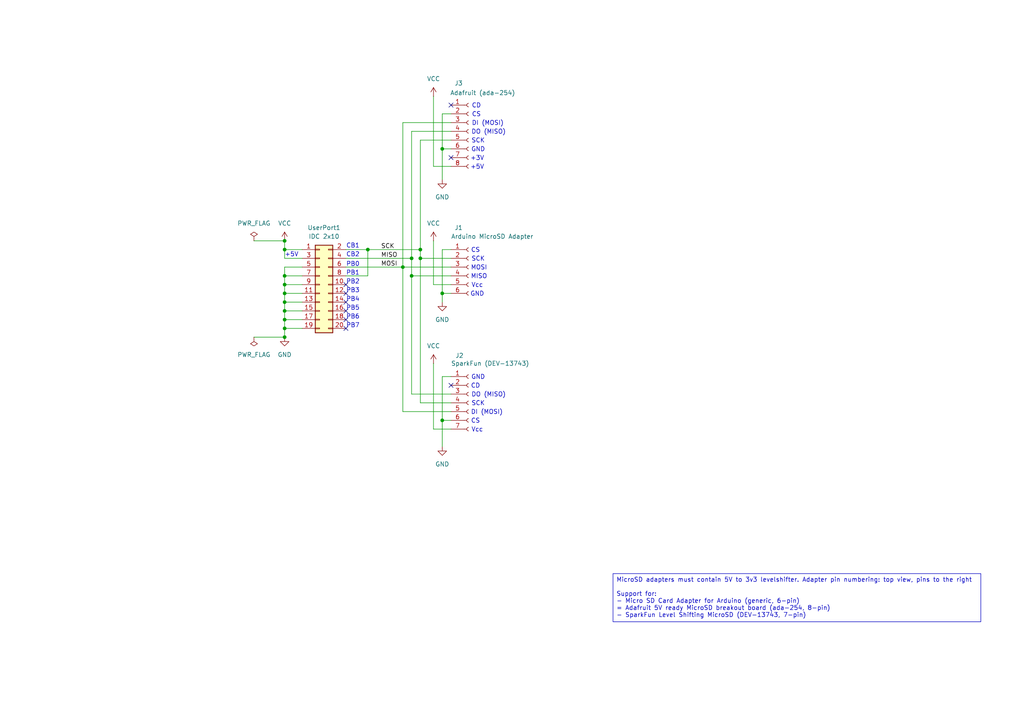
<source format=kicad_sch>
(kicad_sch (version 20231120) (generator "eeschema") (generator_version "8.0")
  (paper "A4")
  (lib_symbols
    (symbol "Connector:Conn_01x06_Socket" (pin_names (offset 1.016) hide)
      (property "Reference" "J" (at 0 7.62 0))
      (property "Value" "Conn_01x06_Socket" (at 0 -10.16 0))
      (symbol "Conn_01x06_Socket_1_1"
        (arc (start 0 -7.112) (mid -0.5058 -7.62) (end 0 -8.128) (stroke (width 0.1524)))
        (arc (start 0 -4.572) (mid -0.5058 -5.08) (end 0 -5.588) (stroke (width 0.1524)))
        (arc (start 0 -2.032) (mid -0.5058 -2.54) (end 0 -3.048) (stroke (width 0.1524)))
        (polyline (pts (xy -1.27 -7.62) (xy -0.508 -7.62)) (stroke (width 0.1524)))
        (polyline (pts (xy -1.27 -5.08) (xy -0.508 -5.08)) (stroke (width 0.1524)))
        (polyline (pts (xy -1.27 -2.54) (xy -0.508 -2.54)) (stroke (width 0.1524)))
        (polyline (pts (xy -1.27 0) (xy -0.508 0)) (stroke (width 0.1524)))
        (polyline (pts (xy -1.27 2.54) (xy -0.508 2.54)) (stroke (width 0.1524)))
        (polyline (pts (xy -1.27 5.08) (xy -0.508 5.08)) (stroke (width 0.1524)))
        (arc (start 0 0.508) (mid -0.5058 0) (end 0 -0.508) (stroke (width 0.1524)))
        (arc (start 0 3.048) (mid -0.5058 2.54) (end 0 2.032) (stroke (width 0.1524)))
        (arc (start 0 5.588) (mid -0.5058 5.08) (end 0 4.572) (stroke (width 0.1524)))
        (pin passive line (at -5.08 5.08 0) (length 3.81) (name "Pin_1") (number "1"))
        (pin passive line (at -5.08 2.54 0) (length 3.81) (name "Pin_2") (number "2"))
        (pin passive line (at -5.08 0 0) (length 3.81) (name "Pin_3") (number "3"))
        (pin passive line (at -5.08 -2.54 0) (length 3.81) (name "Pin_4") (number "4"))
        (pin passive line (at -5.08 -5.08 0) (length 3.81) (name "Pin_5") (number "5"))
        (pin passive line (at -5.08 -7.62 0) (length 3.81) (name "Pin_6") (number "6"))
      )
    )
    (symbol "Connector:Conn_01x07_Socket" (pin_names (offset 1.016) hide)
      (property "Reference" "J" (at 0 10.16 0))
      (property "Value" "Conn_01x07_Socket" (at 0 -10.16 0))
      (symbol "Conn_01x07_Socket_1_1"
        (arc (start 0 -7.112) (mid -0.5058 -7.62) (end 0 -8.128) (stroke (width 0.1524)))
        (arc (start 0 -4.572) (mid -0.5058 -5.08) (end 0 -5.588) (stroke (width 0.1524)))
        (arc (start 0 -2.032) (mid -0.5058 -2.54) (end 0 -3.048) (stroke (width 0.1524)))
        (polyline (pts (xy -1.27 -7.62) (xy -0.508 -7.62)) (stroke (width 0.1524)))
        (polyline (pts (xy -1.27 -5.08) (xy -0.508 -5.08)) (stroke (width 0.1524)))
        (polyline (pts (xy -1.27 -2.54) (xy -0.508 -2.54)) (stroke (width 0.1524)))
        (polyline (pts (xy -1.27 0) (xy -0.508 0)) (stroke (width 0.1524)))
        (polyline (pts (xy -1.27 2.54) (xy -0.508 2.54)) (stroke (width 0.1524)))
        (polyline (pts (xy -1.27 5.08) (xy -0.508 5.08)) (stroke (width 0.1524)))
        (polyline (pts (xy -1.27 7.62) (xy -0.508 7.62)) (stroke (width 0.1524)))
        (arc (start 0 0.508) (mid -0.5058 0) (end 0 -0.508) (stroke (width 0.1524)))
        (arc (start 0 3.048) (mid -0.5058 2.54) (end 0 2.032) (stroke (width 0.1524)))
        (arc (start 0 5.588) (mid -0.5058 5.08) (end 0 4.572) (stroke (width 0.1524)))
        (arc (start 0 8.128) (mid -0.5058 7.62) (end 0 7.112) (stroke (width 0.1524)))
        (pin passive line (at -5.08 7.62 0) (length 3.81) (name "Pin_1") (number "1"))
        (pin passive line (at -5.08 5.08 0) (length 3.81) (name "Pin_2") (number "2"))
        (pin passive line (at -5.08 2.54 0) (length 3.81) (name "Pin_3") (number "3"))
        (pin passive line (at -5.08 0 0) (length 3.81) (name "Pin_4") (number "4"))
        (pin passive line (at -5.08 -2.54 0) (length 3.81) (name "Pin_5") (number "5"))
        (pin passive line (at -5.08 -5.08 0) (length 3.81) (name "Pin_6") (number "6"))
        (pin passive line (at -5.08 -7.62 0) (length 3.81) (name "Pin_7") (number "7"))
      )
    )
    (symbol "Connector:Conn_01x08_Socket" (pin_names (offset 1.016) hide)
      (property "Reference" "J" (at 0 10.16 0))
      (property "Value" "Conn_01x08_Socket" (at 0 -12.7 0))
      (symbol "Conn_01x08_Socket_1_1"
        (arc (start 0 -9.652) (mid -0.5058 -10.16) (end 0 -10.668) (stroke (width 0.1524)))
        (arc (start 0 -7.112) (mid -0.5058 -7.62) (end 0 -8.128) (stroke (width 0.1524)))
        (arc (start 0 -4.572) (mid -0.5058 -5.08) (end 0 -5.588) (stroke (width 0.1524)))
        (arc (start 0 -2.032) (mid -0.5058 -2.54) (end 0 -3.048) (stroke (width 0.1524)))
        (polyline (pts (xy -1.27 -10.16) (xy -0.508 -10.16)) (stroke (width 0.1524)))
        (polyline (pts (xy -1.27 -7.62) (xy -0.508 -7.62)) (stroke (width 0.1524)))
        (polyline (pts (xy -1.27 -5.08) (xy -0.508 -5.08)) (stroke (width 0.1524)))
        (polyline (pts (xy -1.27 -2.54) (xy -0.508 -2.54)) (stroke (width 0.1524)))
        (polyline (pts (xy -1.27 0) (xy -0.508 0)) (stroke (width 0.1524)))
        (polyline (pts (xy -1.27 2.54) (xy -0.508 2.54)) (stroke (width 0.1524)))
        (polyline (pts (xy -1.27 5.08) (xy -0.508 5.08)) (stroke (width 0.1524)))
        (polyline (pts (xy -1.27 7.62) (xy -0.508 7.62)) (stroke (width 0.1524)))
        (arc (start 0 0.508) (mid -0.5058 0) (end 0 -0.508) (stroke (width 0.1524)))
        (arc (start 0 3.048) (mid -0.5058 2.54) (end 0 2.032) (stroke (width 0.1524)))
        (arc (start 0 5.588) (mid -0.5058 5.08) (end 0 4.572) (stroke (width 0.1524)))
        (arc (start 0 8.128) (mid -0.5058 7.62) (end 0 7.112) (stroke (width 0.1524)))
        (pin passive line (at -5.08 7.62 0) (length 3.81) (name "Pin_1") (number "1"))
        (pin passive line (at -5.08 5.08 0) (length 3.81) (name "Pin_2") (number "2"))
        (pin passive line (at -5.08 2.54 0) (length 3.81) (name "Pin_3") (number "3"))
        (pin passive line (at -5.08 0 0) (length 3.81) (name "Pin_4") (number "4"))
        (pin passive line (at -5.08 -2.54 0) (length 3.81) (name "Pin_5") (number "5"))
        (pin passive line (at -5.08 -5.08 0) (length 3.81) (name "Pin_6") (number "6"))
        (pin passive line (at -5.08 -7.62 0) (length 3.81) (name "Pin_7") (number "7"))
        (pin passive line (at -5.08 -10.16 0) (length 3.81) (name "Pin_8") (number "8"))
      )
    )
    (symbol "Connector_Generic:Conn_02x10_Odd_Even" (pin_names (offset 1.016) hide)
      (property "Reference" "J" (at 1.27 12.7 0))
      (property "Value" "Conn_02x10_Odd_Even" (at 1.27 -15.24 0))
      (symbol "Conn_02x10_Odd_Even_1_1"
        (rectangle (start -1.27 -12.573) (end 0 -12.827) (stroke (width 0.1524)))
        (rectangle (start -1.27 -10.033) (end 0 -10.287) (stroke (width 0.1524)))
        (rectangle (start -1.27 -7.493) (end 0 -7.747) (stroke (width 0.1524)))
        (rectangle (start -1.27 -4.953) (end 0 -5.207) (stroke (width 0.1524)))
        (rectangle (start -1.27 -2.413) (end 0 -2.667) (stroke (width 0.1524)))
        (rectangle (start -1.27 0.127) (end 0 -0.127) (stroke (width 0.1524)))
        (rectangle (start -1.27 2.667) (end 0 2.413) (stroke (width 0.1524)))
        (rectangle (start -1.27 5.207) (end 0 4.953) (stroke (width 0.1524)))
        (rectangle (start -1.27 7.747) (end 0 7.493) (stroke (width 0.1524)))
        (rectangle (start -1.27 10.287) (end 0 10.033) (stroke (width 0.1524)))
        (rectangle (start -1.27 11.43) (end 3.81 -13.97) (stroke (width 0.254)) (fill (type background)))
        (rectangle (start 3.81 -12.573) (end 2.54 -12.827) (stroke (width 0.1524)))
        (rectangle (start 3.81 -10.033) (end 2.54 -10.287) (stroke (width 0.1524)))
        (rectangle (start 3.81 -7.493) (end 2.54 -7.747) (stroke (width 0.1524)))
        (rectangle (start 3.81 -4.953) (end 2.54 -5.207) (stroke (width 0.1524)))
        (rectangle (start 3.81 -2.413) (end 2.54 -2.667) (stroke (width 0.1524)))
        (rectangle (start 3.81 0.127) (end 2.54 -0.127) (stroke (width 0.1524)))
        (rectangle (start 3.81 2.667) (end 2.54 2.413) (stroke (width 0.1524)))
        (rectangle (start 3.81 5.207) (end 2.54 4.953) (stroke (width 0.1524)))
        (rectangle (start 3.81 7.747) (end 2.54 7.493) (stroke (width 0.1524)))
        (rectangle (start 3.81 10.287) (end 2.54 10.033) (stroke (width 0.1524)))
        (pin passive line (at -5.08 10.16 0) (length 3.81) (name "Pin_1") (number "1"))
        (pin passive line (at 7.62 0 180) (length 3.81) (name "Pin_10") (number "10"))
        (pin passive line (at -5.08 -2.54 0) (length 3.81) (name "Pin_11") (number "11"))
        (pin passive line (at 7.62 -2.54 180) (length 3.81) (name "Pin_12") (number "12"))
        (pin passive line (at -5.08 -5.08 0) (length 3.81) (name "Pin_13") (number "13"))
        (pin passive line (at 7.62 -5.08 180) (length 3.81) (name "Pin_14") (number "14"))
        (pin passive line (at -5.08 -7.62 0) (length 3.81) (name "Pin_15") (number "15"))
        (pin passive line (at 7.62 -7.62 180) (length 3.81) (name "Pin_16") (number "16"))
        (pin passive line (at -5.08 -10.16 0) (length 3.81) (name "Pin_17") (number "17"))
        (pin passive line (at 7.62 -10.16 180) (length 3.81) (name "Pin_18") (number "18"))
        (pin passive line (at -5.08 -12.7 0) (length 3.81) (name "Pin_19") (number "19"))
        (pin passive line (at 7.62 10.16 180) (length 3.81) (name "Pin_2") (number "2"))
        (pin passive line (at 7.62 -12.7 180) (length 3.81) (name "Pin_20") (number "20"))
        (pin passive line (at -5.08 7.62 0) (length 3.81) (name "Pin_3") (number "3"))
        (pin passive line (at 7.62 7.62 180) (length 3.81) (name "Pin_4") (number "4"))
        (pin passive line (at -5.08 5.08 0) (length 3.81) (name "Pin_5") (number "5"))
        (pin passive line (at 7.62 5.08 180) (length 3.81) (name "Pin_6") (number "6"))
        (pin passive line (at -5.08 2.54 0) (length 3.81) (name "Pin_7") (number "7"))
        (pin passive line (at 7.62 2.54 180) (length 3.81) (name "Pin_8") (number "8"))
        (pin passive line (at -5.08 0 0) (length 3.81) (name "Pin_9") (number "9"))
      )
    )
    (symbol "power:GND" (power) (pin_numbers hide) (pin_names (offset 0) hide)
      (property "Value" "GND" (at 0 -3.81 0))
      (symbol "GND_0_1"
        (polyline (pts (xy 0 0) (xy 0 -1.27) (xy 1.27 -1.27) (xy 0 -2.54) (xy -1.27 -1.27) (xy 0 -1.27)))
      )
      (symbol "GND_1_1"
        (pin power_in line (at 0 0 270) (length 0) (name "~") (number "1"))
      )
    )
    (symbol "power:PWR_FLAG" (power) (pin_numbers hide) (pin_names (offset 0) hide)
      (property "Value" "PWR_FLAG" (at 0 3.81 0))
      (symbol "PWR_FLAG_0_0"
        (pin power_out line (at 0 0 90) (length 0) (name "~") (number "1"))
      )
      (symbol "PWR_FLAG_0_1"
        (polyline (pts (xy 0 0) (xy 0 1.27) (xy -1.016 1.905) (xy 0 2.54) (xy 1.016 1.905) (xy 0 1.27)))
      )
    )
    (symbol "power:VCC" (power) (pin_numbers hide) (pin_names (offset 0) hide)
      (property "Value" "VCC" (at 0 3.556 0))
      (symbol "VCC_0_1"
        (polyline (pts (xy -0.762 1.27) (xy 0 2.54)))
        (polyline (pts (xy 0 0) (xy 0 2.54)))
        (polyline (pts (xy 0 2.54) (xy 0.762 1.27)))
      )
      (symbol "VCC_1_1"
        (pin power_in line (at 0 0 90) (length 0) (name "~") (number "1"))
      )
    )
  )
  (junction (at 121.92 72.39))
  (junction (at 82.55 80.01))
  (junction (at 119.38 74.93))
  (junction (at 82.55 97.79))
  (junction (at 82.55 82.55))
  (junction (at 82.55 92.71))
  (junction (at 119.38 80.01))
  (junction (at 82.55 90.17))
  (junction (at 106.68 72.39))
  (junction (at 82.55 72.39))
  (junction (at 82.55 69.85))
  (junction (at 121.92 74.93))
  (junction (at 82.55 85.09))
  (junction (at 82.55 87.63))
  (junction (at 116.84 77.47))
  (junction (at 128.27 121.92))
  (junction (at 82.55 95.25))
  (junction (at 128.27 43.18))
  (junction (at 128.27 85.09))
  (no_connect (at 100.33 82.55))
  (no_connect (at 100.33 87.63))
  (no_connect (at 130.81 111.76))
  (no_connect (at 100.33 92.71))
  (no_connect (at 100.33 95.25))
  (no_connect (at 130.81 45.72))
  (no_connect (at 130.81 30.48))
  (no_connect (at 100.33 90.17))
  (no_connect (at 100.33 85.09))
  (wire (pts (xy 82.55 82.55) (xy 87.63 82.55)))
  (wire (pts (xy 130.81 40.64) (xy 121.92 40.64)))
  (wire (pts (xy 82.55 85.09) (xy 82.55 87.63)))
  (wire (pts (xy 82.55 80.01) (xy 87.63 80.01)))
  (wire (pts (xy 130.81 82.55) (xy 125.73 82.55)))
  (wire (pts (xy 82.55 77.47) (xy 82.55 80.01)))
  (wire (pts (xy 119.38 38.1) (xy 119.38 74.93)))
  (wire (pts (xy 100.33 80.01) (xy 106.68 80.01)))
  (wire (pts (xy 130.81 74.93) (xy 121.92 74.93)))
  (wire (pts (xy 128.27 85.09) (xy 128.27 87.63)))
  (wire (pts (xy 73.66 97.79) (xy 82.55 97.79)))
  (wire (pts (xy 130.81 114.3) (xy 119.38 114.3)))
  (wire (pts (xy 82.55 72.39) (xy 82.55 74.93)))
  (wire (pts (xy 82.55 97.79) (xy 82.55 95.25)))
  (wire (pts (xy 100.33 72.39) (xy 106.68 72.39)))
  (wire (pts (xy 121.92 116.84) (xy 130.81 116.84)))
  (wire (pts (xy 119.38 80.01) (xy 119.38 74.93)))
  (wire (pts (xy 116.84 77.47) (xy 130.81 77.47)))
  (wire (pts (xy 130.81 33.02) (xy 128.27 33.02)))
  (wire (pts (xy 130.81 38.1) (xy 119.38 38.1)))
  (wire (pts (xy 128.27 109.22) (xy 128.27 121.92)))
  (wire (pts (xy 82.55 69.85) (xy 82.55 72.39)))
  (wire (pts (xy 128.27 33.02) (xy 128.27 43.18)))
  (wire (pts (xy 128.27 43.18) (xy 128.27 52.07)))
  (wire (pts (xy 128.27 121.92) (xy 130.81 121.92)))
  (wire (pts (xy 128.27 121.92) (xy 128.27 129.54)))
  (wire (pts (xy 121.92 74.93) (xy 121.92 116.84)))
  (wire (pts (xy 116.84 35.56) (xy 116.84 77.47)))
  (wire (pts (xy 82.55 72.39) (xy 87.63 72.39)))
  (wire (pts (xy 82.55 90.17) (xy 82.55 92.71)))
  (wire (pts (xy 128.27 72.39) (xy 128.27 85.09)))
  (wire (pts (xy 130.81 48.26) (xy 125.73 48.26)))
  (wire (pts (xy 106.68 80.01) (xy 106.68 72.39)))
  (wire (pts (xy 82.55 85.09) (xy 87.63 85.09)))
  (wire (pts (xy 82.55 80.01) (xy 82.55 82.55)))
  (wire (pts (xy 116.84 119.38) (xy 116.84 77.47)))
  (wire (pts (xy 106.68 72.39) (xy 121.92 72.39)))
  (wire (pts (xy 82.55 82.55) (xy 82.55 85.09)))
  (wire (pts (xy 130.81 109.22) (xy 128.27 109.22)))
  (wire (pts (xy 119.38 80.01) (xy 130.81 80.01)))
  (wire (pts (xy 128.27 85.09) (xy 130.81 85.09)))
  (wire (pts (xy 130.81 124.46) (xy 125.73 124.46)))
  (wire (pts (xy 82.55 87.63) (xy 87.63 87.63)))
  (wire (pts (xy 87.63 74.93) (xy 82.55 74.93)))
  (wire (pts (xy 82.55 90.17) (xy 87.63 90.17)))
  (wire (pts (xy 130.81 72.39) (xy 128.27 72.39)))
  (wire (pts (xy 130.81 35.56) (xy 116.84 35.56)))
  (wire (pts (xy 121.92 74.93) (xy 121.92 72.39)))
  (wire (pts (xy 125.73 69.85) (xy 125.73 82.55)))
  (wire (pts (xy 125.73 48.26) (xy 125.73 27.94)))
  (wire (pts (xy 82.55 95.25) (xy 87.63 95.25)))
  (wire (pts (xy 73.66 69.85) (xy 82.55 69.85)))
  (wire (pts (xy 82.55 92.71) (xy 82.55 95.25)))
  (wire (pts (xy 128.27 43.18) (xy 130.81 43.18)))
  (wire (pts (xy 87.63 77.47) (xy 82.55 77.47)))
  (wire (pts (xy 119.38 114.3) (xy 119.38 80.01)))
  (wire (pts (xy 130.81 119.38) (xy 116.84 119.38)))
  (wire (pts (xy 121.92 40.64) (xy 121.92 72.39)))
  (wire (pts (xy 100.33 77.47) (xy 116.84 77.47)))
  (wire (pts (xy 125.73 124.46) (xy 125.73 105.41)))
  (wire (pts (xy 119.38 74.93) (xy 100.33 74.93)))
  (wire (pts (xy 82.55 87.63) (xy 82.55 90.17)))
  (wire (pts (xy 82.55 92.71) (xy 87.63 92.71)))
  (text_box "MicroSD adapters must contain 5V to 3v3 levelshifter. Adapter pin numbering: top view, pins to the right\n\nSupport for:\n- Micro SD Card Adapter for Arduino (generic, 6-pin)\n= Adafruit 5V ready MicroSD breakout board (ada-254, 8-pin)\n- SparkFun Level Shifting MicroSD (DEV-13743, 7-pin)\n" (at 177.8 166.37 0) (size 106.68 13.97) (effects (font (size 1.27 1.27)) (justify left top)))
  (text "PB6" (at 102.362 91.948 0) (effects (font (size 1.27 1.27))))
  (text "DI (MOSI)" (at 141.478 35.814 0) (effects (font (size 1.27 1.27))))
  (text "GND" (at 138.43 85.344 0) (effects (font (size 1.27 1.27))))
  (text "CD" (at 138.176 30.734 0) (effects (font (size 1.27 1.27))))
  (text "PB2" (at 102.362 81.788 0) (effects (font (size 1.27 1.27))))
  (text "GND" (at 138.684 43.434 0) (effects (font (size 1.27 1.27))))
  (text "PB1" (at 102.362 79.248 0) (effects (font (size 1.27 1.27))))
  (text "CD" (at 137.922 112.014 0) (effects (font (size 1.27 1.27))))
  (text "PB0" (at 102.362 76.708 0) (effects (font (size 1.27 1.27))))
  (text "DO (MISO)" (at 141.732 114.554 0) (effects (font (size 1.27 1.27))))
  (text "CS" (at 137.922 72.644 0) (effects (font (size 1.27 1.27))))
  (text "PB5" (at 102.362 89.408 0) (effects (font (size 1.27 1.27))))
  (text "+5V" (at 138.43 48.514 0) (effects (font (size 1.27 1.27))))
  (text "PB3" (at 102.362 84.328 0) (effects (font (size 1.27 1.27))))
  (text "+5V" (at 84.582 73.914 0) (effects (font (size 1.27 1.27))))
  (text "SCK" (at 138.684 75.184 0) (effects (font (size 1.27 1.27))))
  (text "MOSI" (at 138.938 77.724 0) (effects (font (size 1.27 1.27))))
  (text "CS" (at 138.176 33.274 0) (effects (font (size 1.27 1.27))))
  (text "MISO" (at 138.938 80.264 0) (effects (font (size 1.27 1.27))))
  (text "CS" (at 137.922 122.174 0) (effects (font (size 1.27 1.27))))
  (text "DI (MOSI)" (at 141.224 119.634 0) (effects (font (size 1.27 1.27))))
  (text "CB2" (at 102.362 73.914 0) (effects (font (size 1.27 1.27))))
  (text "SCK" (at 138.684 117.094 0) (effects (font (size 1.27 1.27))))
  (text "GND" (at 138.684 109.474 0) (effects (font (size 1.27 1.27))))
  (text "PB7" (at 102.362 94.488 0) (effects (font (size 1.27 1.27))))
  (text "SCK" (at 138.684 40.894 0) (effects (font (size 1.27 1.27))))
  (text "Vcc" (at 138.43 124.714 0) (effects (font (size 1.27 1.27))))
  (text "Vcc" (at 138.43 82.804 0) (effects (font (size 1.27 1.27))))
  (text "+3V" (at 138.43 45.974 0) (effects (font (size 1.27 1.27))))
  (text "DO (MISO)" (at 141.732 38.354 0) (effects (font (size 1.27 1.27))))
  (text "CB1" (at 102.362 71.374 0) (effects (font (size 1.27 1.27))))
  (text "PB4" (at 102.362 86.868 0) (effects (font (size 1.27 1.27))))
  (label "MISO" (at 110.49 74.93 0))
  (label "MOSI" (at 110.49 77.47 0))
  (label "SCK" (at 110.49 72.39 0))
  (symbol (lib_id "power:VCC") (at 125.73 105.41 0) (unit 1)
    (property "Reference" "#PWR05" (effects (hide yes)))
    (property "Value" "VCC" (at 125.73 100.33 0))
    (property "Description" "Power symbol creates a global label with name \"VCC\"" (effects (hide yes)))
  )
  (symbol (lib_id "power:PWR_FLAG") (at 73.66 97.79 0) (mirror x) (unit 1)
    (property "Reference" "#FLG02" (effects (hide yes)))
    (property "Value" "PWR_FLAG" (at 73.66 102.87 0))
    (property "Description" "Special symbol for telling ERC where power comes from" (effects (hide yes)))
  )
  (symbol (lib_id "power:GND") (at 128.27 87.63 0) (unit 1)
    (property "Reference" "#PWR01" (effects (hide yes)))
    (property "Value" "GND" (at 128.27 92.71 0))
    (property "Description" "Power symbol creates a global label with name \"GND\" , ground" (effects (hide yes)))
  )
  (symbol (lib_id "power:GND") (at 82.55 97.79 0) (unit 1)
    (property "Reference" "#PWR02" (effects (hide yes)))
    (property "Value" "GND" (at 82.55 102.87 0))
    (property "Description" "Power symbol creates a global label with name \"GND\" , ground" (effects (hide yes)))
  )
  (symbol (lib_id "Connector_Generic:Conn_02x10_Odd_Even") (at 92.71 82.55 0) (unit 1)
    (property "Reference" "UserPort1" (at 93.98 66.04 0))
    (property "Value" "IDC 2x10" (at 93.98 68.58 0))
    (property "Footprint" "Connector_PinSocket_2.54mm:PinSocket_2x10_P2.54mm_Vertical" (effects (hide yes)))
    (property "Description" "Generic connector, double row, 02x10, odd/even pin numbering scheme (row 1 odd numbers, row 2 even numbers), script generated (kicad-library-utils/schlib/autogen/connector/)" (effects (hide yes)))
  )
  (symbol (lib_id "Connector:Conn_01x06_Socket") (at 135.89 77.47 0) (unit 1)
    (property "Reference" "J1" (at 131.826 66.04 0) (effects (justify left)))
    (property "Value" "Arduino MicroSD Adapter" (at 130.81 68.58 0) (effects (justify left)))
    (property "Footprint" "Connector_PinSocket_2.54mm:PinSocket_1x06_P2.54mm_Vertical" (effects (hide yes)))
    (property "Description" "Generic connector, single row, 01x06, script generated" (effects (hide yes)))
  )
  (symbol (lib_id "power:PWR_FLAG") (at 73.66 69.85 0) (unit 1)
    (property "Reference" "#FLG01" (effects (hide yes)))
    (property "Value" "PWR_FLAG" (at 73.66 64.77 0))
    (property "Description" "Special symbol for telling ERC where power comes from" (effects (hide yes)))
  )
  (symbol (lib_id "power:VCC") (at 125.73 69.85 0) (unit 1)
    (property "Reference" "#PWR04" (effects (hide yes)))
    (property "Value" "VCC" (at 125.73 64.77 0))
    (property "Description" "Power symbol creates a global label with name \"VCC\"" (effects (hide yes)))
  )
  (symbol (lib_id "Connector:Conn_01x08_Socket") (at 135.89 38.1 0) (unit 1)
    (property "Reference" "J3" (at 131.826 24.13 0) (effects (justify left)))
    (property "Value" "Adafruit (ada-254)" (at 130.556 26.924 0) (effects (justify left)))
    (property "Footprint" "Connector_PinSocket_2.54mm:PinSocket_1x08_P2.54mm_Vertical" (effects (hide yes)))
    (property "Description" "Generic connector, single row, 01x08, script generated" (effects (hide yes)))
  )
  (symbol (lib_id "power:VCC") (at 82.55 69.85 0) (unit 1)
    (property "Reference" "#PWR03" (effects (hide yes)))
    (property "Value" "VCC" (at 82.55 64.77 0))
    (property "Description" "Power symbol creates a global label with name \"VCC\"" (effects (hide yes)))
  )
  (symbol (lib_id "power:GND") (at 128.27 52.07 0) (unit 1)
    (property "Reference" "#PWR07" (effects (hide yes)))
    (property "Value" "GND" (at 128.27 57.15 0))
    (property "Description" "Power symbol creates a global label with name \"GND\" , ground" (effects (hide yes)))
  )
  (symbol (lib_id "power:GND") (at 128.27 129.54 0) (unit 1)
    (property "Reference" "#PWR06" (effects (hide yes)))
    (property "Value" "GND" (at 128.27 134.62 0))
    (property "Description" "Power symbol creates a global label with name \"GND\" , ground" (effects (hide yes)))
  )
  (symbol (lib_id "power:VCC") (at 125.73 27.94 0) (unit 1)
    (property "Reference" "#PWR08" (effects (hide yes)))
    (property "Value" "VCC" (at 125.73 22.86 0))
    (property "Description" "Power symbol creates a global label with name \"VCC\"" (effects (hide yes)))
  )
  (symbol (lib_id "Connector:Conn_01x07_Socket") (at 135.89 116.84 0) (unit 1) (on_board no)
    (property "Reference" "J2" (at 132.08 103.124 0) (effects (justify left)))
    (property "Value" "SparkFun (DEV-13743)" (at 130.81 105.41 0) (effects (justify left)))
    (property "Footprint" "Connector_PinSocket_2.54mm:PinSocket_1x07_P2.54mm_Vertical" (effects (hide yes)))
    (property "Description" "Generic connector, single row, 01x07, script generated" (effects (hide yes)))
  )
)
</source>
